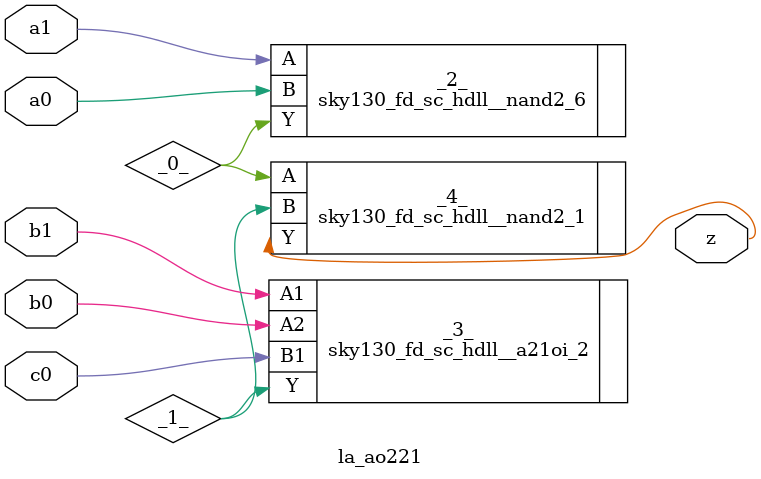
<source format=v>

/* Generated by Yosys 0.44 (git sha1 80ba43d26, g++ 11.4.0-1ubuntu1~22.04 -fPIC -O3) */

(* top =  1  *)
(* src = "generated" *)
(* keep_hierarchy *)
module la_ao221 (
    a0,
    a1,
    b0,
    b1,
    c0,
    z
);
  wire _0_;
  wire _1_;
  (* src = "generated" *)
  input a0;
  wire a0;
  (* src = "generated" *)
  input a1;
  wire a1;
  (* src = "generated" *)
  input b0;
  wire b0;
  (* src = "generated" *)
  input b1;
  wire b1;
  (* src = "generated" *)
  input c0;
  wire c0;
  (* src = "generated" *)
  output z;
  wire z;
  sky130_fd_sc_hdll__nand2_6 _2_ (
      .A(a1),
      .B(a0),
      .Y(_0_)
  );
  sky130_fd_sc_hdll__a21oi_2 _3_ (
      .A1(b1),
      .A2(b0),
      .B1(c0),
      .Y (_1_)
  );
  sky130_fd_sc_hdll__nand2_1 _4_ (
      .A(_0_),
      .B(_1_),
      .Y(z)
  );
endmodule

</source>
